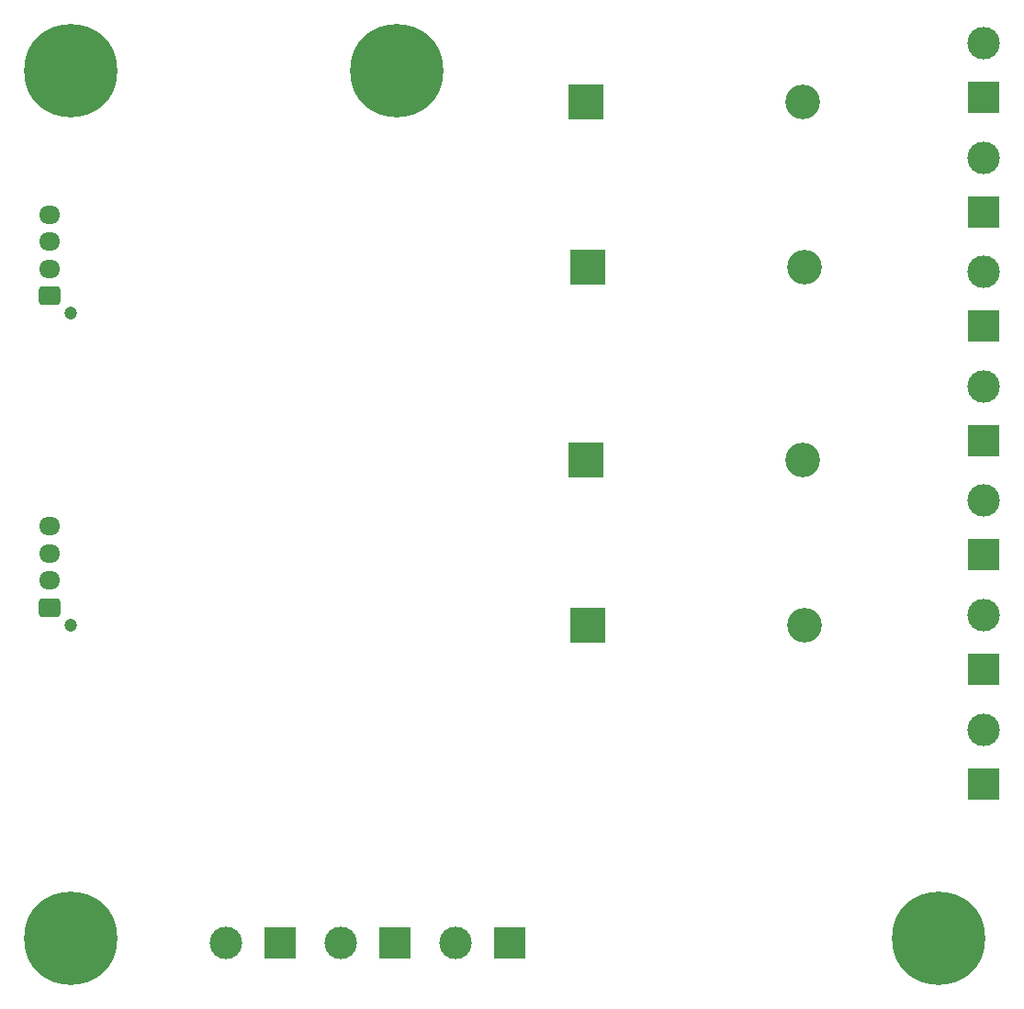
<source format=gbr>
%TF.GenerationSoftware,KiCad,Pcbnew,8.0.3*%
%TF.CreationDate,2024-11-03T20:36:31+01:00*%
%TF.ProjectId,weerstation-power,77656572-7374-4617-9469-6f6e2d706f77,rev?*%
%TF.SameCoordinates,Original*%
%TF.FileFunction,Soldermask,Top*%
%TF.FilePolarity,Negative*%
%FSLAX46Y46*%
G04 Gerber Fmt 4.6, Leading zero omitted, Abs format (unit mm)*
G04 Created by KiCad (PCBNEW 8.0.3) date 2024-11-03 20:36:31*
%MOMM*%
%LPD*%
G01*
G04 APERTURE LIST*
G04 Aperture macros list*
%AMRoundRect*
0 Rectangle with rounded corners*
0 $1 Rounding radius*
0 $2 $3 $4 $5 $6 $7 $8 $9 X,Y pos of 4 corners*
0 Add a 4 corners polygon primitive as box body*
4,1,4,$2,$3,$4,$5,$6,$7,$8,$9,$2,$3,0*
0 Add four circle primitives for the rounded corners*
1,1,$1+$1,$2,$3*
1,1,$1+$1,$4,$5*
1,1,$1+$1,$6,$7*
1,1,$1+$1,$8,$9*
0 Add four rect primitives between the rounded corners*
20,1,$1+$1,$2,$3,$4,$5,0*
20,1,$1+$1,$4,$5,$6,$7,0*
20,1,$1+$1,$6,$7,$8,$9,0*
20,1,$1+$1,$8,$9,$2,$3,0*%
G04 Aperture macros list end*
%ADD10C,8.600000*%
%ADD11R,3.000000X3.000000*%
%ADD12C,3.000000*%
%ADD13C,1.200000*%
%ADD14RoundRect,0.250000X0.725000X-0.600000X0.725000X0.600000X-0.725000X0.600000X-0.725000X-0.600000X0*%
%ADD15O,1.950000X1.700000*%
%ADD16R,3.200000X3.200000*%
%ADD17O,3.200000X3.200000*%
G04 APERTURE END LIST*
D10*
%TO.C,H4*%
X20000000Y-100000000D03*
%TD*%
%TO.C,H3*%
X100000000Y-100000000D03*
%TD*%
%TO.C,H2*%
X50000000Y-20000000D03*
%TD*%
%TO.C,H1*%
X20000000Y-20000000D03*
%TD*%
D11*
%TO.C,J12*%
X39303500Y-100432500D03*
D12*
X34303500Y-100432500D03*
%TD*%
D13*
%TO.C,J1*%
X20000000Y-42350000D03*
D14*
X18000000Y-40750000D03*
D15*
X18000000Y-38250000D03*
X18000000Y-35750000D03*
X18000000Y-33250000D03*
%TD*%
D16*
%TO.C,D2*%
X67630000Y-38100000D03*
D17*
X87630000Y-38100000D03*
%TD*%
D11*
%TO.C,J10*%
X60432500Y-100432500D03*
D12*
X55432500Y-100432500D03*
%TD*%
D11*
%TO.C,J5*%
X104140000Y-43561000D03*
D12*
X104140000Y-38561000D03*
%TD*%
D13*
%TO.C,J2*%
X20000000Y-71100000D03*
D14*
X18000000Y-69500000D03*
D15*
X18000000Y-67000000D03*
X18000000Y-64500000D03*
X18000000Y-62000000D03*
%TD*%
D11*
%TO.C,J7*%
X104140000Y-64643000D03*
D12*
X104140000Y-59643000D03*
%TD*%
D11*
%TO.C,J9*%
X104140000Y-85744500D03*
D12*
X104140000Y-80744500D03*
%TD*%
D11*
%TO.C,J6*%
X104140000Y-54102000D03*
D12*
X104140000Y-49102000D03*
%TD*%
D16*
%TO.C,D4*%
X67630000Y-71120000D03*
D17*
X87630000Y-71120000D03*
%TD*%
D11*
%TO.C,J8*%
X104140000Y-75184000D03*
D12*
X104140000Y-70184000D03*
%TD*%
D11*
%TO.C,J11*%
X49844500Y-100432500D03*
D12*
X44844500Y-100432500D03*
%TD*%
D16*
%TO.C,D1*%
X67470000Y-22860000D03*
D17*
X87470000Y-22860000D03*
%TD*%
D11*
%TO.C,J4*%
X104140000Y-33020000D03*
D12*
X104140000Y-28020000D03*
%TD*%
D11*
%TO.C,J3*%
X104140000Y-22479000D03*
D12*
X104140000Y-17479000D03*
%TD*%
D16*
%TO.C,D3*%
X67470000Y-55880000D03*
D17*
X87470000Y-55880000D03*
%TD*%
M02*

</source>
